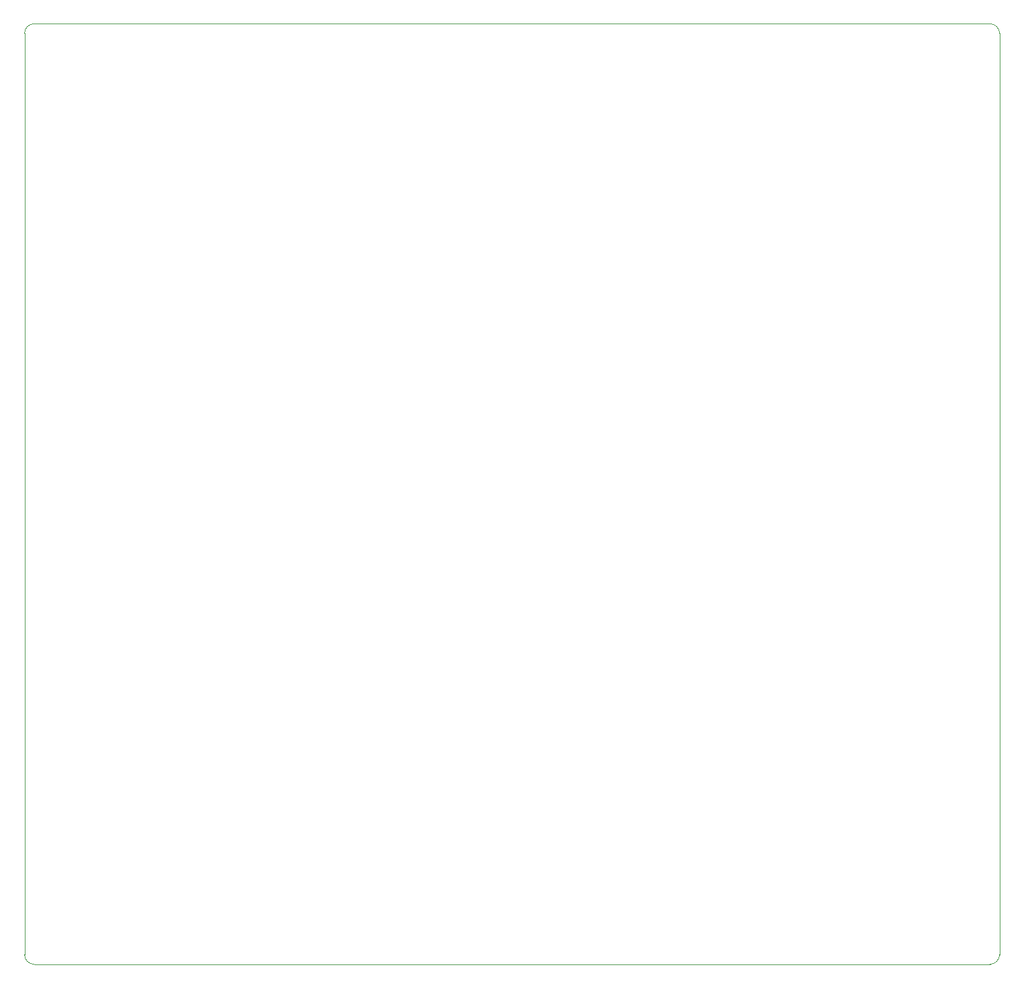
<source format=gm1>
G04 #@! TF.GenerationSoftware,KiCad,Pcbnew,(5.1.10)-1*
G04 #@! TF.CreationDate,2021-11-03T18:24:15-07:00*
G04 #@! TF.ProjectId,AtariKeyboardTester,41746172-694b-4657-9962-6f6172645465,A*
G04 #@! TF.SameCoordinates,Original*
G04 #@! TF.FileFunction,Profile,NP*
%FSLAX46Y46*%
G04 Gerber Fmt 4.6, Leading zero omitted, Abs format (unit mm)*
G04 Created by KiCad (PCBNEW (5.1.10)-1) date 2021-11-03 18:24:15*
%MOMM*%
%LPD*%
G01*
G04 APERTURE LIST*
G04 #@! TA.AperFunction,Profile*
%ADD10C,0.050000*%
G04 #@! TD*
G04 APERTURE END LIST*
D10*
X148590000Y-20955000D02*
G75*
G02*
X149860000Y-22225000I0J-1270000D01*
G01*
X149860000Y-144780000D02*
G75*
G02*
X148590000Y-146050000I-1270000J0D01*
G01*
X21590000Y-146050000D02*
G75*
G02*
X20320000Y-144780000I0J1270000D01*
G01*
X20320000Y-22225000D02*
G75*
G02*
X21590000Y-20955000I1270000J0D01*
G01*
X20320000Y-22225000D02*
X20320000Y-144780000D01*
X148590000Y-20955000D02*
X21590000Y-20955000D01*
X149860000Y-144780000D02*
X149860000Y-22225000D01*
X21590000Y-146050000D02*
X148590000Y-146050000D01*
M02*

</source>
